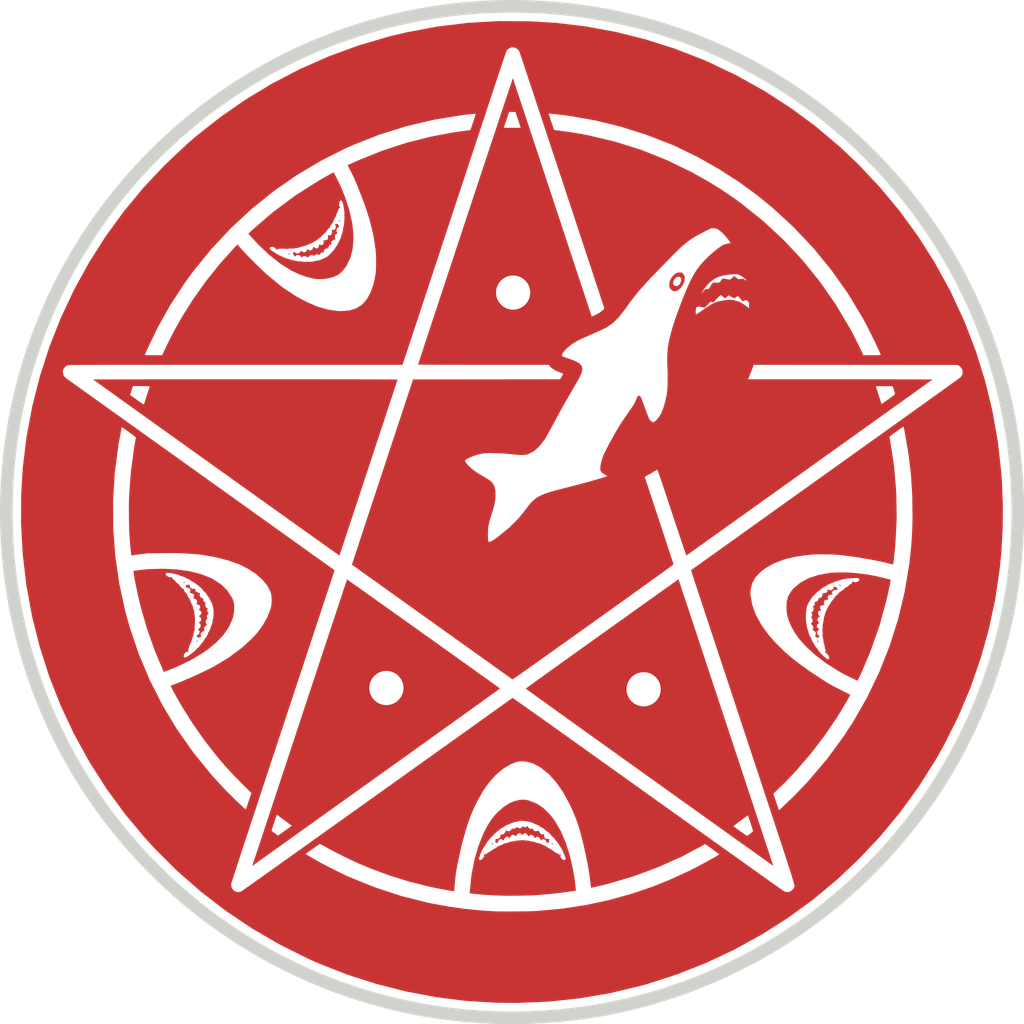
<source format=kicad_pcb>
(kicad_pcb (version 20240108) (generator "pcbnew") (generator_version "8.0")
  (layers (0 "F.Cu" signal) (31 "B.Cu" signal) (34 "B.Paste" user) (35 "F.Paste" user) (36 "B.SilkS" user "B.Silkscreen") (37 "F.SilkS" user "F.Silkscreen") (38 "B.Mask" user) (39 "F.Mask" user) (44 "Edge.Cuts" user))
  (net 0 "")
  (footprint "MountingHole:MountingHole_2.7mm_M2.5" (layer "F.Cu") (at 150.3 153.9)
    (property "Reference" "H2" (hide yes))
    (property "Value" "MountingHole")
  )
  (footprint "Graphics" (layer "F.Cu") (at 100 100)
    (property "Reference" "")
    (property "Value" "")
  )
  (footprint "Graphics" (layer "F.Cu") (at 100 100)
    (property "Reference" "")
    (property "Value" "")
  )
  (footprint "Graphics" (layer "F.Cu") (at 100 100)
    (property "Reference" "")
    (property "Value" "")
  )
  (footprint "MountingHole:MountingHole_2.7mm_M2.5" (layer "F.Cu") (at 130 153.8)
    (property "Reference" "H1" (hide yes))
    (property "Value" "MountingHole")
  )
  (footprint "Graphics" (layer "F.Cu") (at 100 100)
    (property "Reference" "")
    (property "Value" "")
  )
  (footprint "MountingHole:MountingHole_2.7mm_M2.5" (layer "F.Cu") (at 140 122.6)
    (property "Reference" "H3" (hide yes))
    (property "Value" "MountingHole")
  )
  (footprint "Graphics" (layer "F.Cu") (at 100 100)
    (property "Reference" "")
    (property "Value" "")
  )
  (footprint "Graphics" (layer "B.Cu") (at 100 100)
    (property "Reference" "")
    (property "Value" "")
  )
  (gr_poly (pts (xy 179.822 139.918) (xy 179.812 140.807) (xy 179.783 141.691) (xy 179.735 142.57) (xy 179.668 143.444) (xy 179.582 144.313) (xy 179.478 145.176) (xy 179.356 146.033) (xy 179.216 146.885) (xy 179.057 147.73) (xy 178.881 148.569) (xy 178.688 149.401) (xy 178.477 150.227) (xy 178.25 151.045) (xy 178.005 151.857) (xy 177.744 152.661) (xy 177.466 153.457) (xy 177.172 154.246) (xy 176.862 155.027) (xy 176.536 155.799) (xy 176.195 156.563) (xy 175.838 157.319) (xy 175.466 158.066) (xy 175.078 158.804) (xy 174.676 159.532) (xy 174.259 160.252) (xy 173.828 160.962) (xy 173.383 161.662) (xy 172.923 162.352) (xy 172.45 163.031) (xy 171.963 163.701) (xy 171.463 164.36) (xy 170.949 165.008) (xy 170.422 165.645) (xy 169.883 166.271) (xy 169.331 166.885) (xy 168.766 167.488) (xy 168.189 168.079) (xy 167.6 168.658) (xy 167 169.225) (xy 166.387 169.78) (xy 165.763 170.322) (xy 165.128 170.851) (xy 164.482 171.367) (xy 163.826 171.87) (xy 163.158 172.359) (xy 162.48 172.835) (xy 161.792 173.297) (xy 161.094 173.745) (xy 160.386 174.179) (xy 159.669 174.599) (xy 158.942 175.004) (xy 158.206 175.394) (xy 157.46 175.769) (xy 156.706 176.129) (xy 155.944 176.473) (xy 155.173 176.802) (xy 154.393 177.115) (xy 153.606 177.412) (xy 152.811 177.693) (xy 152.009 177.957) (xy 151.198 178.205) (xy 150.381 178.436) (xy 149.557 178.65) (xy 148.726 178.846) (xy 147.888 179.026) (xy 147.044 179.187) (xy 146.194 179.331) (xy 145.338 179.457) (xy 144.476 179.564) (xy 143.608 179.653) (xy 142.735 179.724) (xy 141.857 179.775) (xy 140.974 179.808) (xy 140.086 179.821) (xy 139.918 179.822) (xy 139.029 179.812) (xy 138.145 179.783) (xy 137.266 179.735) (xy 136.392 179.668) (xy 135.523 179.582) (xy 134.66 179.478) (xy 133.803 179.356) (xy 132.951 179.216) (xy 132.106 179.057) (xy 131.267 178.881) (xy 130.435 178.688) (xy 129.609 178.477) (xy 128.791 178.25) (xy 127.979 178.005) (xy 127.175 177.744) (xy 126.379 177.466) (xy 125.59 177.172) (xy 124.809 176.862) (xy 124.037 176.536) (xy 123.272 176.195) (xy 122.517 175.838) (xy 121.77 175.466) (xy 121.032 175.078) (xy 120.303 174.676) (xy 119.584 174.259) (xy 118.874 173.828) (xy 118.174 173.383) (xy 117.484 172.923) (xy 116.804 172.45) (xy 116.135 171.963) (xy 115.476 171.463) (xy 114.828 170.949) (xy 114.191 170.422) (xy 113.565 169.883) (xy 112.951 169.331) (xy 112.348 168.766) (xy 111.757 168.189) (xy 111.178 167.6) (xy 110.611 167) (xy 110.056 166.387) (xy 109.514 165.763) (xy 108.985 165.128) (xy 108.469 164.482) (xy 107.966 163.826) (xy 107.477 163.158) (xy 107.001 162.48) (xy 106.538 161.792) (xy 106.09 161.094) (xy 105.656 160.386) (xy 105.237 159.669) (xy 104.832 158.942) (xy 104.442 158.206) (xy 104.067 157.46) (xy 103.707 156.706) (xy 103.363 155.944) (xy 103.034 155.173) (xy 102.721 154.393) (xy 102.424 153.606) (xy 102.143 152.811) (xy 101.879 152.009) (xy 101.631 151.198) (xy 101.4 150.381) (xy 101.186 149.557) (xy 100.989 148.726) (xy 100.81 147.888) (xy 100.649 147.044) (xy 100.505 146.194) (xy 100.379 145.338) (xy 100.272 144.476) (xy 100.182 143.608) (xy 100.112 142.735) (xy 100.06 141.857) (xy 100.028 140.974) (xy 100.014 140.086) (xy 100.014 139.918) (xy 100.024 139.029) (xy 100.053 138.145) (xy 100.101 137.266) (xy 100.168 136.392) (xy 100.253 135.523) (xy 100.357 134.66) (xy 100.48 133.803) (xy 100.62 132.951) (xy 100.778 132.106) (xy 100.954 131.267) (xy 101.148 130.435) (xy 101.358 129.609) (xy 101.586 128.791) (xy 101.831 127.979) (xy 102.092 127.175) (xy 102.37 126.379) (xy 102.664 125.59) (xy 102.974 124.809) (xy 103.299 124.037) (xy 103.641 123.272) (xy 103.998 122.517) (xy 104.37 121.77) (xy 104.757 121.032) (xy 105.16 120.303) (xy 105.576 119.584) (xy 106.008 118.874) (xy 106.453 118.174) (xy 106.912 117.484) (xy 107.386 116.804) (xy 107.873 116.135) (xy 108.373 115.476) (xy 108.887 114.828) (xy 109.414 114.191) (xy 109.953 113.565) (xy 110.505 112.951) (xy 111.07 112.348) (xy 111.647 111.757) (xy 112.236 111.178) (xy 112.836 110.611) (xy 113.449 110.056) (xy 114.072 109.514) (xy 114.707 108.985) (xy 115.353 108.469) (xy 116.01 107.966) (xy 116.678 107.477) (xy 117.355 107.001) (xy 118.044 106.538) (xy 118.742 106.09) (xy 119.45 105.656) (xy 120.167 105.237) (xy 120.894 104.832) (xy 121.63 104.442) (xy 122.375 104.067) (xy 123.129 103.707) (xy 123.892 103.363) (xy 124.663 103.034) (xy 125.442 102.721) (xy 126.23 102.424) (xy 127.025 102.143) (xy 127.827 101.879) (xy 128.637 101.631) (xy 129.455 101.4) (xy 130.279 101.186) (xy 131.11 100.989) (xy 131.948 100.81) (xy 132.792 100.649) (xy 133.642 100.505) (xy 134.498 100.379) (xy 135.36 100.272) (xy 136.228 100.182) (xy 137.101 100.112) (xy 137.979 100.06) (xy 138.862 100.028) (xy 139.75 100.014) (xy 139.918 100.014) (xy 140.807 100.024) (xy 141.691 100.053) (xy 142.57 100.101) (xy 143.444 100.168) (xy 144.313 100.253) (xy 145.176 100.357) (xy 146.033 100.48) (xy 146.885 100.62) (xy 147.73 100.778) (xy 148.569 100.954) (xy 149.401 101.148) (xy 150.227 101.358) (xy 151.045 101.586) (xy 151.857 101.831) (xy 152.661 102.092) (xy 153.457 102.37) (xy 154.246 102.664) (xy 155.027 102.974) (xy 155.799 103.299) (xy 156.563 103.641) (xy 157.319 103.998) (xy 158.066 104.37) (xy 158.804 104.757) (xy 159.532 105.16) (xy 160.252 105.576) (xy 160.962 106.008) (xy 161.662 106.453) (xy 162.352 106.912) (xy 163.031 107.386) (xy 163.701 107.873) (xy 164.36 108.373) (xy 165.008 108.887) (xy 165.645 109.414) (xy 166.271 109.953) (xy 166.885 110.505) (xy 167.488 111.07) (xy 168.079 111.647) (xy 168.658 112.236) (xy 169.225 112.836) (xy 169.78 113.449) (xy 170.322 114.072) (xy 170.851 114.707) (xy 171.367 115.353) (xy 171.87 116.01) (xy 172.359 116.678) (xy 172.835 117.355) (xy 173.297 118.044) (xy 173.745 118.742) (xy 174.179 119.45) (xy 174.599 120.167) (xy 175.004 120.894) (xy 175.394 121.63) (xy 175.769 122.375) (xy 176.129 123.129) (xy 176.473 123.892) (xy 176.802 124.663) (xy 177.115 125.442) (xy 177.412 126.23) (xy 177.693 127.025) (xy 177.957 127.827) (xy 178.205 128.637) (xy 178.436 129.455) (xy 178.65 130.279) (xy 178.846 131.11) (xy 179.026 131.948) (xy 179.187 132.792) (xy 179.331 133.642) (xy 179.457 134.498) (xy 179.564 135.36) (xy 179.653 136.228) (xy 179.724 137.101) (xy 179.775 137.979) (xy 179.808 138.862) (xy 179.821 139.75) (xy 179.822 139.918)) (stroke (width 1)) (fill none) (layer "Edge.Cuts"))
)
</source>
